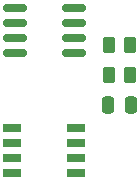
<source format=gtp>
%TF.GenerationSoftware,KiCad,Pcbnew,(6.0.5)*%
%TF.CreationDate,2022-05-30T11:24:42-06:00*%
%TF.ProjectId,PMOD_MEM,504d4f44-5f4d-4454-9d2e-6b696361645f,rev?*%
%TF.SameCoordinates,Original*%
%TF.FileFunction,Paste,Top*%
%TF.FilePolarity,Positive*%
%FSLAX46Y46*%
G04 Gerber Fmt 4.6, Leading zero omitted, Abs format (unit mm)*
G04 Created by KiCad (PCBNEW (6.0.5)) date 2022-05-30 11:24:42*
%MOMM*%
%LPD*%
G01*
G04 APERTURE LIST*
G04 Aperture macros list*
%AMRoundRect*
0 Rectangle with rounded corners*
0 $1 Rounding radius*
0 $2 $3 $4 $5 $6 $7 $8 $9 X,Y pos of 4 corners*
0 Add a 4 corners polygon primitive as box body*
4,1,4,$2,$3,$4,$5,$6,$7,$8,$9,$2,$3,0*
0 Add four circle primitives for the rounded corners*
1,1,$1+$1,$2,$3*
1,1,$1+$1,$4,$5*
1,1,$1+$1,$6,$7*
1,1,$1+$1,$8,$9*
0 Add four rect primitives between the rounded corners*
20,1,$1+$1,$2,$3,$4,$5,0*
20,1,$1+$1,$4,$5,$6,$7,0*
20,1,$1+$1,$6,$7,$8,$9,0*
20,1,$1+$1,$8,$9,$2,$3,0*%
G04 Aperture macros list end*
%ADD10RoundRect,0.250000X0.262500X0.450000X-0.262500X0.450000X-0.262500X-0.450000X0.262500X-0.450000X0*%
%ADD11RoundRect,0.250000X0.250000X0.475000X-0.250000X0.475000X-0.250000X-0.475000X0.250000X-0.475000X0*%
%ADD12RoundRect,0.150000X-0.825000X-0.150000X0.825000X-0.150000X0.825000X0.150000X-0.825000X0.150000X0*%
%ADD13R,1.525000X0.700000*%
G04 APERTURE END LIST*
D10*
%TO.C,R2*%
X117752500Y-102870000D03*
X115927500Y-102870000D03*
%TD*%
D11*
%TO.C,C1*%
X117790000Y-107950000D03*
X115890000Y-107950000D03*
%TD*%
D10*
%TO.C,R1*%
X117752500Y-105410000D03*
X115927500Y-105410000D03*
%TD*%
D12*
%TO.C,U1*%
X108015000Y-99695000D03*
X108015000Y-100965000D03*
X108015000Y-102235000D03*
X108015000Y-103505000D03*
X112965000Y-103505000D03*
X112965000Y-102235000D03*
X112965000Y-100965000D03*
X112965000Y-99695000D03*
%TD*%
D13*
%TO.C,IC1*%
X107778000Y-109855000D03*
X107778000Y-111125000D03*
X107778000Y-112395000D03*
X107778000Y-113665000D03*
X113202000Y-113665000D03*
X113202000Y-112395000D03*
X113202000Y-111125000D03*
X113202000Y-109855000D03*
%TD*%
M02*

</source>
